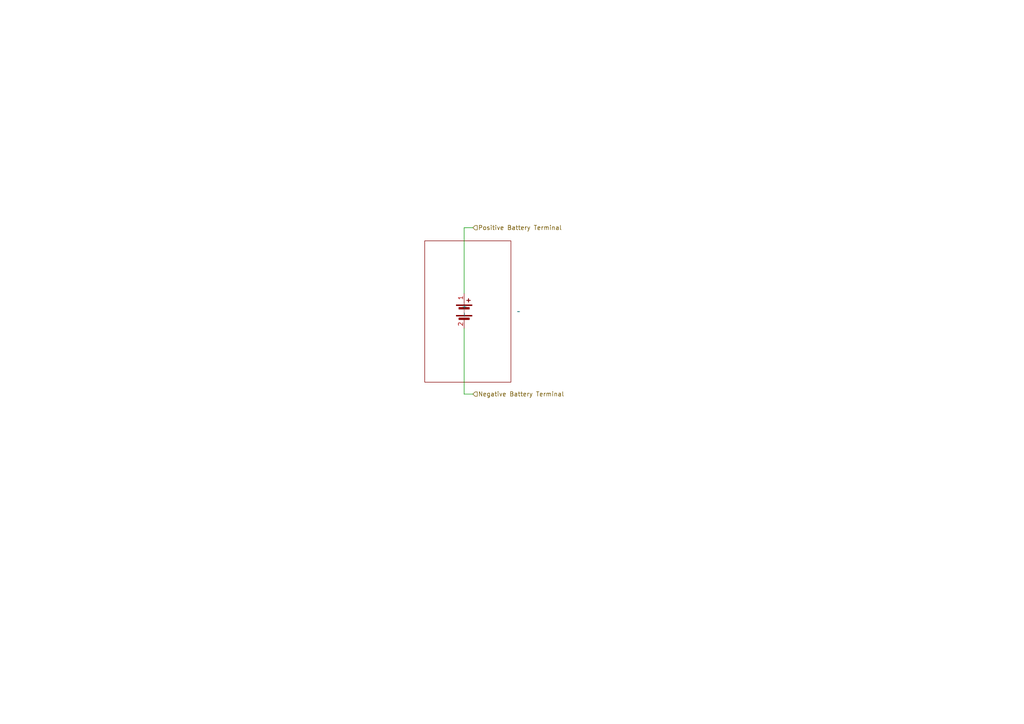
<source format=kicad_sch>
(kicad_sch (version 20250114) (generator "eeschema") (generator_version "9.0")
  (paper "A4")
  (title_block (title "EEE3088F Project PCB Design") (date "2025-03-24") (company "University of Cape Town") (comment 3 "         Emmanual Basua") (comment 4 "Authors: Nejdet Demirtas"))
  (lib_symbols
    (symbol "Device:LiPo_Battery"
      (symbol "LiPo_Battery_0_1"
        (rectangle (start -11.43 19.05) (end 13.57 -21.95))
        (rectangle (start -2.286 0.508) (end 2.286 0.254) (fill (type outline)))
        (rectangle (start -2.286 -2.54) (end 2.286 -2.794) (fill (type outline)))
        (rectangle (start -1.524 -0.254) (end 1.524 -0.762) (fill (type outline)))
        (rectangle (start -1.524 -3.302) (end 1.524 -3.81) (fill (type outline)))
        (polyline (pts (xy 0 0.508) (xy 0 1.27)))
        (polyline (pts (xy 0 -1.27) (xy 0 -1.016)))
        (polyline (pts (xy 0 -1.778) (xy 0 -1.524)))
        (polyline (pts (xy 0 -2.286) (xy 0 -2.032)))
        (polyline (pts (xy 0.762 1.778) (xy 1.778 1.778)) (stroke (width 0.254)))
        (polyline (pts (xy 1.27 2.286) (xy 1.27 1.27)) (stroke (width 0.254)))
      )
      (symbol "LiPo_Battery_1_1"
        (pin passive line (at 0 3.81 270) (length 2.54) (name "+") (number "1"))
        (pin passive line (at 0 -6.35 90) (length 2.54) (name "-") (number "2"))
      )
    )
  )
  (wire (pts (xy 134.62 66.04) (xy 134.62 85.09)))
  (wire (pts (xy 134.62 95.25) (xy 134.62 114.3)))
  (wire (pts (xy 134.62 114.3) (xy 137.16 114.3)))
  (wire (pts (xy 134.62 66.04) (xy 137.16 66.04)))
  (hierarchical_label "Negative Battery Terminal" (shape input) (at 137.16 114.3 0))
  (hierarchical_label "Positive Battery Terminal" (shape input) (at 137.16 66.04 0))
  (symbol (lib_id "Device:LiPo_Battery") (at 134.62 88.9 0) (unit 1)
    (property "Reference" "U5" (effects (hide yes)))
    (property "Value" "~" (at 149.86 90.35 0) (effects (justify left)))
  )
)
</source>
